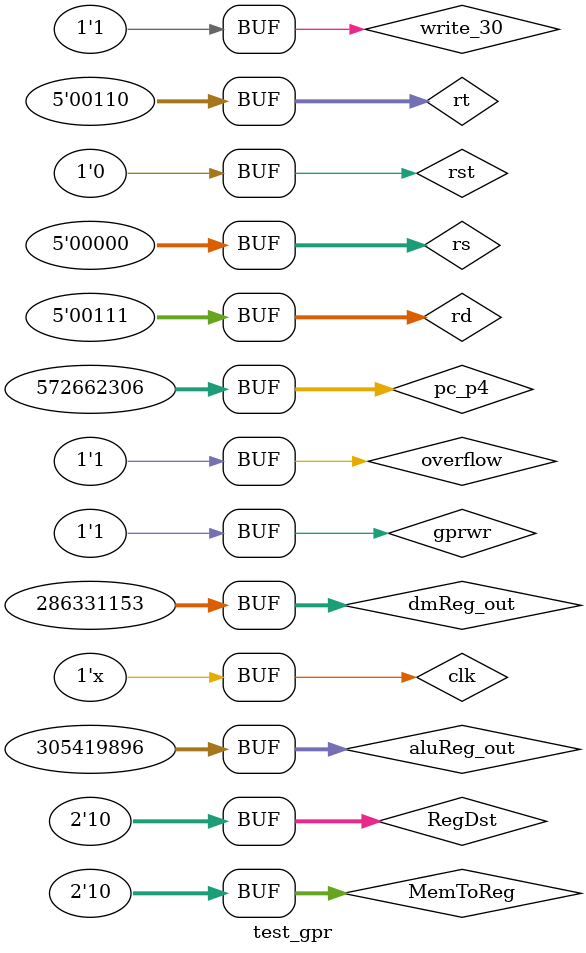
<source format=v>
module test_gpr;
  reg clk, rst, gprwr, write_30, overflow;
  reg [1:0] MemToReg, RegDst;
  reg [4:0] rs, rt, rd;
  reg [31:0] pc_p4, aluReg_out, dmReg_out;
  
  gpr gpr1(clk, rst, gprwr, MemToReg, RegDst, rs, rt, rd, write_30, pc_p4, aluReg_out, dmReg_out, overflow, dataOut_1, dataOut_2);

  initial
  begin
    clk = 0;
    rst = 0;
    gprwr = 0;
    MemToReg = 2'b00;
    RegDst = 2'b00;
    rs = 5'd0;
    rt = 5'd6;
    rd = 5'd7;
    aluReg_out = 32'h1234_5678;
    dmReg_out = 32'h 1111_1111;
    pc_p4 = 32'h2222_2222;
    write_30 = 0;
    overflow = 0;
    
    # 100
    gprwr = 1;
    # 100
    gprwr = 0;
    #100
    gprwr = 1;
    RegDst = 2'b10;
    MemToReg = 2'b10;
    #100
    gprwr = 0;
    #100
    gprwr = 1;
    overflow = 1;
    #100
    write_30 = 1;
    # 200
    rst = 1;
    # 100
    rst = 0;
    
  end
  
  always
    # 50 clk = ~clk;
endmodule
</source>
